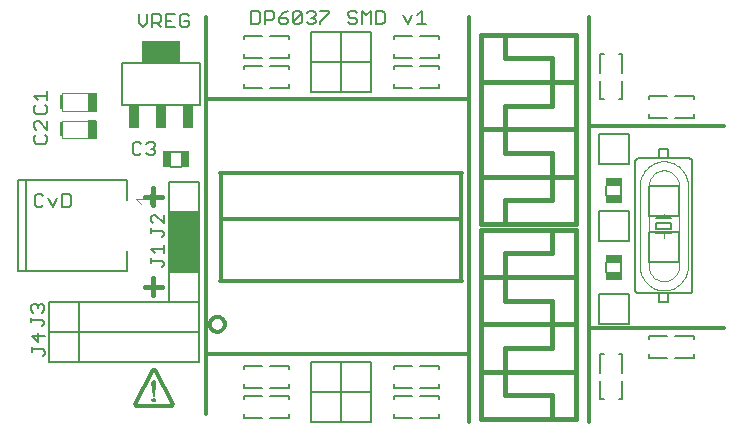
<source format=gto>
G75*
G70*
%OFA0B0*%
%FSLAX24Y24*%
%IPPOS*%
%LPD*%
%AMOC8*
5,1,8,0,0,1.08239X$1,22.5*
%
%ADD10C,0.0150*%
%ADD11R,0.1000X0.2000*%
%ADD12C,0.0060*%
%ADD13C,0.0120*%
%ADD14C,0.0050*%
%ADD15C,0.0040*%
%ADD16R,0.1260X0.0730*%
%ADD17R,0.0340X0.0730*%
%ADD18R,0.0079X0.0472*%
%ADD19R,0.0256X0.0591*%
%ADD20R,0.0256X0.0551*%
%ADD21C,0.0160*%
%ADD22C,0.0020*%
%ADD23R,0.0551X0.0256*%
D10*
X008628Y008383D02*
X008628Y008951D01*
X008911Y008667D02*
X008344Y008667D01*
X008628Y011383D02*
X008628Y011951D01*
X008911Y011667D02*
X008344Y011667D01*
D11*
X009644Y010167D03*
D12*
X009144Y010167D02*
X009144Y011167D01*
X010144Y011167D01*
X010144Y010167D01*
X009144Y010167D01*
X010144Y010167D01*
X010144Y009167D01*
X009144Y009167D01*
X009144Y010167D01*
X008989Y010076D02*
X008989Y009782D01*
X008989Y009929D02*
X008549Y009929D01*
X008696Y009782D01*
X008549Y009615D02*
X008549Y009468D01*
X008549Y009542D02*
X008916Y009542D01*
X008989Y009468D01*
X008989Y009395D01*
X008916Y009322D01*
X009144Y009167D02*
X009144Y008167D01*
X010144Y008167D01*
X010144Y007167D01*
X010144Y006167D01*
X006144Y006167D01*
X006144Y007167D01*
X010144Y007167D01*
X006144Y007167D01*
X005144Y007167D01*
X005144Y006167D01*
X006144Y006167D01*
X005144Y006167D02*
X005144Y007167D01*
X006144Y007167D01*
X006144Y008167D01*
X010144Y008167D01*
X010144Y009167D01*
X010144Y008167D02*
X010144Y007167D01*
X005144Y007167D01*
X005144Y008167D01*
X006144Y008167D01*
X005144Y008167D02*
X005144Y007167D01*
X005017Y007043D02*
X004577Y007043D01*
X004797Y006822D01*
X004797Y007116D01*
X004928Y007346D02*
X005001Y007420D01*
X005001Y007493D01*
X004928Y007566D01*
X004561Y007566D01*
X004561Y007493D02*
X004561Y007640D01*
X004634Y007807D02*
X004561Y007880D01*
X004561Y008027D01*
X004634Y008100D01*
X004708Y008100D01*
X004781Y008027D01*
X004854Y008100D01*
X004928Y008100D01*
X005001Y008027D01*
X005001Y007880D01*
X004928Y007807D01*
X004781Y007953D02*
X004781Y008027D01*
X005144Y008167D02*
X010144Y008167D01*
X010144Y007167D02*
X010144Y006167D01*
X005144Y006167D01*
X004944Y006362D02*
X005017Y006435D01*
X005017Y006509D01*
X004944Y006582D01*
X004577Y006582D01*
X004577Y006509D02*
X004577Y006656D01*
X008549Y010468D02*
X008549Y010615D01*
X008549Y010542D02*
X008916Y010542D01*
X008989Y010468D01*
X008989Y010395D01*
X008916Y010322D01*
X008989Y010782D02*
X008696Y011076D01*
X008622Y011076D01*
X008549Y011002D01*
X008549Y010855D01*
X008622Y010782D01*
X008989Y010782D02*
X008989Y011076D01*
X009144Y011167D02*
X009144Y012167D01*
X010144Y012167D01*
X010144Y011167D01*
X008621Y013053D02*
X008474Y013053D01*
X008400Y013126D01*
X008234Y013126D02*
X008160Y013053D01*
X008013Y013053D01*
X007940Y013126D01*
X007940Y013420D01*
X008013Y013493D01*
X008160Y013493D01*
X008234Y013420D01*
X008400Y013420D02*
X008474Y013493D01*
X008621Y013493D01*
X008694Y013420D01*
X008694Y013347D01*
X008621Y013273D01*
X008694Y013200D01*
X008694Y013126D01*
X008621Y013053D01*
X008621Y013273D02*
X008547Y013273D01*
X007604Y014717D02*
X007604Y016117D01*
X010184Y016117D01*
X010184Y014717D01*
X007604Y014717D01*
X005085Y014650D02*
X005085Y014503D01*
X005011Y014429D01*
X004718Y014429D01*
X004644Y014503D01*
X004644Y014650D01*
X004718Y014723D01*
X004791Y014890D02*
X004644Y015037D01*
X005085Y015037D01*
X005085Y015183D02*
X005085Y014890D01*
X005011Y014723D02*
X005085Y014650D01*
X005101Y014199D02*
X005101Y013906D01*
X004807Y014199D01*
X004734Y014199D01*
X004660Y014126D01*
X004660Y013979D01*
X004734Y013906D01*
X004734Y013739D02*
X004660Y013665D01*
X004660Y013519D01*
X004734Y013445D01*
X005027Y013445D01*
X005101Y013519D01*
X005101Y013665D01*
X005027Y013739D01*
X004894Y011762D02*
X004748Y011762D01*
X004674Y011689D01*
X004674Y011395D01*
X004748Y011322D01*
X004894Y011322D01*
X004968Y011395D01*
X005135Y011615D02*
X005281Y011322D01*
X005428Y011615D01*
X005595Y011762D02*
X005595Y011322D01*
X005815Y011322D01*
X005889Y011395D01*
X005889Y011689D01*
X005815Y011762D01*
X005595Y011762D01*
X004968Y011689D02*
X004894Y011762D01*
X008287Y017322D02*
X008433Y017468D01*
X008433Y017762D01*
X008600Y017762D02*
X008820Y017762D01*
X008894Y017689D01*
X008894Y017542D01*
X008820Y017468D01*
X008600Y017468D01*
X008600Y017322D02*
X008600Y017762D01*
X008747Y017468D02*
X008894Y017322D01*
X009061Y017322D02*
X009354Y017322D01*
X009521Y017395D02*
X009594Y017322D01*
X009741Y017322D01*
X009815Y017395D01*
X009815Y017542D01*
X009668Y017542D01*
X009815Y017689D02*
X009741Y017762D01*
X009594Y017762D01*
X009521Y017689D01*
X009521Y017395D01*
X009207Y017542D02*
X009061Y017542D01*
X009061Y017762D02*
X009061Y017322D01*
X009061Y017762D02*
X009354Y017762D01*
X008287Y017322D02*
X008140Y017468D01*
X008140Y017762D01*
X011905Y017863D02*
X011905Y017423D01*
X012125Y017423D01*
X012198Y017496D01*
X012198Y017790D01*
X012125Y017863D01*
X011905Y017863D01*
X012365Y017863D02*
X012365Y017423D01*
X012365Y017570D02*
X012585Y017570D01*
X012659Y017643D01*
X012659Y017790D01*
X012585Y017863D01*
X012365Y017863D01*
X012825Y017643D02*
X013046Y017643D01*
X013119Y017570D01*
X013119Y017496D01*
X013046Y017423D01*
X012899Y017423D01*
X012825Y017496D01*
X012825Y017643D01*
X012972Y017790D01*
X013119Y017863D01*
X013286Y017790D02*
X013359Y017863D01*
X013506Y017863D01*
X013579Y017790D01*
X013286Y017496D01*
X013359Y017423D01*
X013506Y017423D01*
X013579Y017496D01*
X013579Y017790D01*
X013746Y017790D02*
X013819Y017863D01*
X013966Y017863D01*
X014040Y017790D01*
X014040Y017717D01*
X013966Y017643D01*
X014040Y017570D01*
X014040Y017496D01*
X013966Y017423D01*
X013819Y017423D01*
X013746Y017496D01*
X013893Y017643D02*
X013966Y017643D01*
X014206Y017496D02*
X014206Y017423D01*
X014206Y017496D02*
X014500Y017790D01*
X014500Y017863D01*
X014206Y017863D01*
X013286Y017790D02*
X013286Y017496D01*
X013894Y017167D02*
X013894Y016167D01*
X013894Y015167D01*
X014894Y015167D01*
X014894Y016167D01*
X013894Y016167D01*
X014894Y016167D01*
X014894Y017167D01*
X013894Y017167D01*
X014894Y017167D02*
X014894Y016167D01*
X015894Y016167D01*
X015894Y017167D01*
X014894Y017167D01*
X015201Y017423D02*
X015127Y017496D01*
X015201Y017423D02*
X015347Y017423D01*
X015421Y017496D01*
X015421Y017570D01*
X015347Y017643D01*
X015201Y017643D01*
X015127Y017717D01*
X015127Y017790D01*
X015201Y017863D01*
X015347Y017863D01*
X015421Y017790D01*
X015587Y017863D02*
X015734Y017717D01*
X015881Y017863D01*
X015881Y017423D01*
X016048Y017423D02*
X016268Y017423D01*
X016341Y017496D01*
X016341Y017790D01*
X016268Y017863D01*
X016048Y017863D01*
X016048Y017423D01*
X015587Y017423D02*
X015587Y017863D01*
X016969Y017717D02*
X017115Y017423D01*
X017262Y017717D01*
X017429Y017717D02*
X017576Y017863D01*
X017576Y017423D01*
X017722Y017423D02*
X017429Y017423D01*
X015894Y016167D02*
X015894Y015167D01*
X014894Y015167D01*
X014894Y016167D01*
X015894Y016167D01*
X023481Y013759D02*
X023481Y012759D01*
X024481Y012759D01*
X024481Y013759D01*
X023481Y013759D01*
X024804Y012950D02*
X025204Y012950D01*
X026104Y012950D01*
X026504Y012950D01*
X026521Y012948D01*
X026538Y012944D01*
X026554Y012937D01*
X026568Y012927D01*
X026581Y012914D01*
X026591Y012900D01*
X026598Y012884D01*
X026602Y012867D01*
X026604Y012850D01*
X026604Y008550D01*
X026602Y008533D01*
X026598Y008516D01*
X026591Y008500D01*
X026581Y008486D01*
X026568Y008473D01*
X026554Y008463D01*
X026538Y008456D01*
X026521Y008452D01*
X026504Y008450D01*
X026104Y008450D01*
X025804Y008450D01*
X025804Y008150D01*
X025504Y008150D01*
X025504Y008450D01*
X025204Y008450D01*
X024804Y008450D01*
X024787Y008452D01*
X024770Y008456D01*
X024754Y008463D01*
X024740Y008473D01*
X024727Y008486D01*
X024717Y008500D01*
X024710Y008516D01*
X024706Y008533D01*
X024704Y008550D01*
X024704Y012850D01*
X024706Y012867D01*
X024710Y012884D01*
X024717Y012900D01*
X024727Y012914D01*
X024740Y012927D01*
X024754Y012937D01*
X024770Y012944D01*
X024787Y012948D01*
X024804Y012950D01*
X025504Y012950D02*
X025504Y013250D01*
X025804Y013250D01*
X025804Y012950D01*
X026154Y012026D02*
X025154Y012026D01*
X025154Y011026D01*
X026154Y011026D01*
X026154Y012026D01*
X025904Y010950D02*
X025654Y010950D01*
X025404Y010950D01*
X025404Y010800D02*
X025404Y010600D01*
X025904Y010600D01*
X025904Y010800D01*
X025404Y010800D01*
X025404Y010450D02*
X025654Y010450D01*
X025904Y010450D01*
X026154Y010481D02*
X026154Y009481D01*
X025154Y009481D01*
X025154Y010481D01*
X026154Y010481D01*
X024481Y010200D02*
X023481Y010200D01*
X023481Y011200D01*
X024481Y011200D01*
X024481Y010200D01*
X024481Y008444D02*
X023481Y008444D01*
X023481Y007444D01*
X024481Y007444D01*
X024481Y008444D01*
X025504Y008450D02*
X025804Y008450D01*
X015894Y006167D02*
X015894Y005167D01*
X014894Y005167D01*
X014894Y006167D01*
X015894Y006167D01*
X014894Y006167D02*
X014894Y005167D01*
X014894Y004167D01*
X015894Y004167D01*
X015894Y005167D01*
X014894Y005167D01*
X013894Y005167D01*
X013894Y006167D01*
X014894Y006167D01*
X014894Y005167D02*
X013894Y005167D01*
X013894Y004167D01*
X014894Y004167D01*
X014894Y005167D01*
D13*
X008626Y005881D02*
X008010Y004749D01*
X008060Y004700D01*
X009241Y004700D01*
X009290Y004749D01*
X008675Y005881D01*
X008626Y005881D01*
X010394Y006417D02*
X010394Y017667D01*
X010394Y014917D02*
X019144Y014917D01*
X019144Y006417D01*
X010394Y006417D01*
X010394Y004417D01*
X010519Y007417D02*
X010521Y007448D01*
X010527Y007479D01*
X010537Y007509D01*
X010550Y007537D01*
X010567Y007564D01*
X010587Y007588D01*
X010610Y007610D01*
X010635Y007628D01*
X010663Y007643D01*
X010692Y007655D01*
X010722Y007663D01*
X010753Y007667D01*
X010785Y007667D01*
X010816Y007663D01*
X010846Y007655D01*
X010875Y007643D01*
X010903Y007628D01*
X010928Y007610D01*
X010951Y007588D01*
X010971Y007564D01*
X010988Y007537D01*
X011001Y007509D01*
X011011Y007479D01*
X011017Y007448D01*
X011019Y007417D01*
X011017Y007386D01*
X011011Y007355D01*
X011001Y007325D01*
X010988Y007297D01*
X010971Y007270D01*
X010951Y007246D01*
X010928Y007224D01*
X010903Y007206D01*
X010875Y007191D01*
X010846Y007179D01*
X010816Y007171D01*
X010785Y007167D01*
X010753Y007167D01*
X010722Y007171D01*
X010692Y007179D01*
X010663Y007191D01*
X010635Y007206D01*
X010610Y007224D01*
X010587Y007246D01*
X010567Y007270D01*
X010550Y007297D01*
X010537Y007325D01*
X010527Y007355D01*
X010521Y007386D01*
X010519Y007417D01*
X010871Y008856D02*
X011918Y008856D01*
X011871Y008856D02*
X012918Y008856D01*
X012871Y008856D02*
X013918Y008856D01*
X013871Y008856D02*
X014918Y008856D01*
X014871Y008856D02*
X015918Y008856D01*
X015871Y008856D02*
X016918Y008856D01*
X016871Y008856D02*
X017918Y008856D01*
X017871Y008856D02*
X018918Y008856D01*
X018894Y008917D02*
X018894Y012417D01*
X018918Y012478D02*
X017871Y012478D01*
X017918Y012478D02*
X016871Y012478D01*
X016918Y012478D02*
X015871Y012478D01*
X015918Y012478D02*
X014871Y012478D01*
X014918Y012478D02*
X013871Y012478D01*
X013918Y012478D02*
X012871Y012478D01*
X012918Y012478D02*
X011871Y012478D01*
X011918Y012478D02*
X010871Y012478D01*
X010894Y012417D02*
X010894Y008917D01*
X010894Y010917D02*
X011894Y010917D01*
X012894Y010917D01*
X013894Y010917D01*
X014894Y010917D01*
X015894Y010917D01*
X016894Y010917D01*
X017894Y010917D01*
X018894Y010917D01*
X023144Y014042D02*
X023144Y004167D01*
X019144Y004167D02*
X019144Y006417D01*
X023144Y007292D02*
X027644Y007292D01*
X027644Y014042D02*
X023144Y014042D01*
X023144Y017667D01*
X019144Y017667D02*
X019144Y014917D01*
D14*
X018144Y015292D02*
X018144Y015417D01*
X018144Y015292D02*
X017519Y015292D01*
X017269Y015292D02*
X016644Y015292D01*
X016644Y015417D01*
X016644Y015917D02*
X016644Y016042D01*
X017269Y016042D01*
X017269Y016292D02*
X016644Y016292D01*
X016644Y016417D01*
X016644Y016917D02*
X016644Y017042D01*
X017269Y017042D01*
X017519Y017042D02*
X018144Y017042D01*
X018144Y016917D01*
X018144Y016417D02*
X018144Y016292D01*
X017519Y016292D01*
X017519Y016042D02*
X018144Y016042D01*
X018144Y015917D01*
X013144Y015917D02*
X013144Y016042D01*
X012519Y016042D01*
X012519Y016292D02*
X013144Y016292D01*
X013144Y016417D01*
X013144Y016917D02*
X013144Y017042D01*
X012519Y017042D01*
X012269Y017042D02*
X011644Y017042D01*
X011644Y016917D01*
X011644Y016417D02*
X011644Y016292D01*
X012269Y016292D01*
X012269Y016042D02*
X011644Y016042D01*
X011644Y015917D01*
X011644Y015417D02*
X011644Y015292D01*
X012269Y015292D01*
X012519Y015292D02*
X013144Y015292D01*
X013144Y015417D01*
X009556Y013167D02*
X009233Y013167D01*
X009233Y012667D02*
X009556Y012667D01*
X007760Y012216D02*
X007760Y011940D01*
X007760Y011547D01*
X007760Y012216D02*
X006835Y012216D01*
X005890Y012216D01*
X004670Y012216D01*
X004394Y012216D01*
X004138Y012216D01*
X004138Y009184D01*
X004394Y009184D01*
X004670Y009184D01*
X005890Y009184D01*
X006835Y009184D01*
X007760Y009184D01*
X007760Y009460D01*
X007760Y009854D01*
X004394Y009184D02*
X004394Y012216D01*
X011644Y006042D02*
X012269Y006042D01*
X012519Y006042D02*
X013144Y006042D01*
X013144Y005917D01*
X013144Y005417D02*
X013144Y005292D01*
X012519Y005292D01*
X012269Y005292D02*
X011644Y005292D01*
X011644Y005417D01*
X011644Y005042D02*
X012269Y005042D01*
X012519Y005042D02*
X013144Y005042D01*
X013144Y004917D01*
X013144Y004417D02*
X013144Y004292D01*
X012519Y004292D01*
X012269Y004292D02*
X011644Y004292D01*
X011644Y004417D01*
X011644Y004917D02*
X011644Y005042D01*
X011644Y005917D02*
X011644Y006042D01*
X008699Y005488D02*
X008650Y005045D01*
X008601Y005488D01*
X008699Y005488D01*
X008696Y005456D02*
X008605Y005456D01*
X008610Y005407D02*
X008691Y005407D01*
X008685Y005358D02*
X008615Y005358D01*
X008621Y005310D02*
X008680Y005310D01*
X008674Y005261D02*
X008626Y005261D01*
X008632Y005213D02*
X008669Y005213D01*
X008664Y005164D02*
X008637Y005164D01*
X008642Y005116D02*
X008658Y005116D01*
X008653Y005067D02*
X008648Y005067D01*
X008601Y004897D02*
X008603Y004910D01*
X008608Y004922D01*
X008617Y004933D01*
X008627Y004941D01*
X008640Y004945D01*
X008653Y004946D01*
X008666Y004943D01*
X008678Y004937D01*
X008688Y004928D01*
X008695Y004917D01*
X008699Y004904D01*
X008699Y004890D01*
X008695Y004877D01*
X008688Y004866D01*
X008678Y004857D01*
X008666Y004851D01*
X008653Y004848D01*
X008640Y004849D01*
X008627Y004853D01*
X008617Y004861D01*
X008608Y004872D01*
X008603Y004884D01*
X008601Y004897D01*
X008601Y005488D02*
X008603Y005501D01*
X008608Y005512D01*
X008615Y005523D01*
X008626Y005530D01*
X008637Y005535D01*
X008650Y005537D01*
X008663Y005535D01*
X008675Y005530D01*
X008685Y005523D01*
X008692Y005512D01*
X008697Y005501D01*
X008699Y005488D01*
X016644Y005417D02*
X016644Y005292D01*
X017269Y005292D01*
X017519Y005292D02*
X018144Y005292D01*
X018144Y005417D01*
X018144Y005042D02*
X017519Y005042D01*
X017269Y005042D02*
X016644Y005042D01*
X016644Y004917D01*
X016644Y004417D02*
X016644Y004292D01*
X017269Y004292D01*
X017519Y004292D02*
X018144Y004292D01*
X018144Y004417D01*
X018144Y004917D02*
X018144Y005042D01*
X018144Y005917D02*
X018144Y006042D01*
X017519Y006042D01*
X017269Y006042D02*
X016644Y006042D01*
X016644Y005917D01*
X023519Y005792D02*
X023519Y006417D01*
X023644Y006417D01*
X024144Y006417D02*
X024269Y006417D01*
X024269Y005792D01*
X024269Y005542D02*
X024269Y004917D01*
X024144Y004917D01*
X023644Y004917D02*
X023519Y004917D01*
X023519Y005542D01*
X025144Y006292D02*
X025144Y006417D01*
X025144Y006292D02*
X025769Y006292D01*
X026019Y006292D02*
X026644Y006292D01*
X026644Y006417D01*
X026644Y006917D02*
X026644Y007042D01*
X026019Y007042D01*
X025769Y007042D02*
X025144Y007042D01*
X025144Y006917D01*
X024231Y009161D02*
X024231Y009484D01*
X023731Y009484D02*
X023731Y009161D01*
X023731Y011720D02*
X023731Y012043D01*
X024231Y012043D02*
X024231Y011720D01*
X025144Y014292D02*
X025144Y014417D01*
X025144Y014292D02*
X025769Y014292D01*
X026019Y014292D02*
X026644Y014292D01*
X026644Y014417D01*
X026644Y014917D02*
X026644Y015042D01*
X026019Y015042D01*
X025769Y015042D02*
X025144Y015042D01*
X025144Y014917D01*
X024269Y014917D02*
X024269Y015542D01*
X024269Y015792D02*
X024269Y016417D01*
X024144Y016417D01*
X023644Y016417D02*
X023519Y016417D01*
X023519Y015792D01*
X023519Y015542D02*
X023519Y014917D01*
X023644Y014917D01*
X024144Y014917D02*
X024269Y014917D01*
D15*
X008516Y011748D02*
X008516Y011441D01*
X008516Y011594D02*
X008056Y011594D01*
X008209Y011441D01*
X006715Y013621D02*
X005573Y013621D01*
X005573Y014212D01*
X006715Y014212D01*
X006715Y013621D01*
X006715Y014523D02*
X005573Y014523D01*
X005573Y015114D01*
X006715Y015114D01*
X006715Y014523D01*
D16*
X008894Y016492D03*
X008894Y016492D03*
D17*
X008894Y014342D03*
X008894Y014342D03*
X009804Y014342D03*
X009804Y014342D03*
X007984Y014342D03*
X007984Y014342D03*
D18*
X006735Y013917D03*
X005554Y013917D03*
X005554Y014818D03*
X006735Y014818D03*
D19*
X006587Y014818D03*
X006587Y013917D03*
D20*
X009102Y012917D03*
X009682Y012917D03*
D21*
X019570Y012342D02*
X019570Y010767D01*
X020357Y010767D01*
X020357Y011554D01*
X021932Y011554D01*
X021932Y012342D01*
X019570Y012342D01*
X019570Y013917D01*
X020357Y013917D01*
X020357Y013129D01*
X021932Y013129D01*
X021932Y012342D01*
X022719Y012342D01*
X022719Y010767D01*
X020357Y010767D01*
X019570Y010566D02*
X021932Y010566D01*
X021932Y009779D01*
X020357Y009779D01*
X020357Y008991D01*
X022719Y008991D01*
X022719Y010566D01*
X021932Y010566D01*
X022719Y008991D02*
X022719Y007417D01*
X021932Y007417D01*
X021932Y008204D01*
X020357Y008204D01*
X020357Y008991D01*
X019570Y008991D01*
X019570Y010566D01*
X019570Y008991D02*
X019570Y007417D01*
X021932Y007417D01*
X021932Y006629D01*
X020357Y006629D01*
X020357Y005842D01*
X022719Y005842D01*
X022719Y007417D01*
X022719Y005842D02*
X022719Y004267D01*
X021932Y004267D01*
X021932Y005054D01*
X020357Y005054D01*
X020357Y005842D01*
X019570Y005842D01*
X019570Y007417D01*
X019570Y005842D02*
X019570Y004267D01*
X021932Y004267D01*
X022719Y012342D02*
X022719Y013917D01*
X020357Y013917D01*
X020357Y014704D01*
X021932Y014704D01*
X021932Y015491D01*
X019570Y015491D01*
X019570Y013917D01*
X019570Y015491D02*
X019570Y017066D01*
X020357Y017066D01*
X020357Y016279D01*
X021932Y016279D01*
X021932Y015491D01*
X022719Y015491D01*
X022719Y013917D01*
X022719Y015491D02*
X022719Y017066D01*
X020357Y017066D01*
D22*
X024854Y012050D02*
X024854Y009350D01*
X025154Y009350D02*
X025154Y012050D01*
X025204Y012711D02*
X025252Y012741D01*
X025301Y012768D01*
X025352Y012791D01*
X025405Y012810D01*
X025459Y012826D01*
X025514Y012838D01*
X025570Y012846D01*
X025626Y012850D01*
X025682Y012850D01*
X025738Y012846D01*
X025794Y012838D01*
X025849Y012826D01*
X025903Y012810D01*
X025956Y012791D01*
X026007Y012768D01*
X026056Y012741D01*
X026104Y012711D01*
X026154Y012050D02*
X026154Y009350D01*
X026454Y009350D02*
X026454Y012050D01*
X026104Y012268D02*
X026084Y012306D01*
X026060Y012342D01*
X026033Y012376D01*
X026004Y012407D01*
X025972Y012436D01*
X025938Y012462D01*
X025901Y012485D01*
X025863Y012504D01*
X025823Y012521D01*
X025782Y012533D01*
X025740Y012543D01*
X025697Y012548D01*
X025654Y012550D01*
X025611Y012548D01*
X025568Y012543D01*
X025526Y012533D01*
X025485Y012521D01*
X025445Y012504D01*
X025407Y012485D01*
X025370Y012462D01*
X025336Y012436D01*
X025304Y012407D01*
X025275Y012376D01*
X025248Y012342D01*
X025224Y012306D01*
X025204Y012268D01*
X026104Y012711D02*
X026149Y012679D01*
X026191Y012643D01*
X026231Y012604D01*
X026268Y012563D01*
X026302Y012519D01*
X026333Y012472D01*
X026361Y012424D01*
X026385Y012374D01*
X026406Y012323D01*
X026423Y012270D01*
X026437Y012216D01*
X026446Y012161D01*
X026452Y012106D01*
X026454Y012050D01*
X025204Y012268D02*
X025189Y012234D01*
X025176Y012198D01*
X025167Y012162D01*
X025160Y012125D01*
X025155Y012088D01*
X025154Y012050D01*
X026104Y012268D02*
X026119Y012234D01*
X026132Y012198D01*
X026141Y012162D01*
X026148Y012125D01*
X026153Y012088D01*
X026154Y012050D01*
X025204Y012711D02*
X025159Y012679D01*
X025117Y012643D01*
X025077Y012604D01*
X025040Y012562D01*
X025006Y012519D01*
X024975Y012472D01*
X024947Y012424D01*
X024923Y012374D01*
X024902Y012323D01*
X024885Y012270D01*
X024871Y012216D01*
X024862Y012161D01*
X024856Y012106D01*
X024854Y012050D01*
X025654Y011100D02*
X025654Y010950D01*
X025654Y010450D02*
X025654Y010300D01*
X024854Y009350D02*
X024856Y009294D01*
X024862Y009239D01*
X024871Y009184D01*
X024885Y009130D01*
X024902Y009077D01*
X024923Y009026D01*
X024947Y008976D01*
X024975Y008928D01*
X025006Y008881D01*
X025040Y008837D01*
X025077Y008796D01*
X025117Y008757D01*
X025159Y008721D01*
X025204Y008689D01*
X025252Y008659D01*
X025301Y008632D01*
X025352Y008609D01*
X025405Y008590D01*
X025459Y008574D01*
X025514Y008562D01*
X025570Y008554D01*
X025626Y008550D01*
X025682Y008550D01*
X025738Y008554D01*
X025794Y008562D01*
X025849Y008574D01*
X025903Y008590D01*
X025956Y008609D01*
X026007Y008632D01*
X026056Y008659D01*
X026104Y008689D01*
X025204Y009132D02*
X025189Y009166D01*
X025176Y009202D01*
X025167Y009238D01*
X025160Y009275D01*
X025155Y009312D01*
X025154Y009350D01*
X026104Y009132D02*
X026119Y009166D01*
X026132Y009202D01*
X026141Y009238D01*
X026148Y009275D01*
X026153Y009312D01*
X026154Y009350D01*
X026104Y009132D02*
X026084Y009094D01*
X026060Y009058D01*
X026033Y009024D01*
X026004Y008993D01*
X025972Y008964D01*
X025938Y008938D01*
X025901Y008915D01*
X025863Y008896D01*
X025823Y008879D01*
X025782Y008867D01*
X025740Y008857D01*
X025697Y008852D01*
X025654Y008850D01*
X025611Y008852D01*
X025568Y008857D01*
X025526Y008867D01*
X025485Y008879D01*
X025445Y008896D01*
X025407Y008915D01*
X025370Y008938D01*
X025336Y008964D01*
X025304Y008993D01*
X025275Y009024D01*
X025248Y009058D01*
X025224Y009094D01*
X025204Y009132D01*
X026104Y008689D02*
X026149Y008721D01*
X026191Y008757D01*
X026231Y008796D01*
X026268Y008838D01*
X026302Y008881D01*
X026333Y008928D01*
X026361Y008976D01*
X026385Y009026D01*
X026406Y009077D01*
X026423Y009130D01*
X026437Y009184D01*
X026446Y009239D01*
X026452Y009294D01*
X026454Y009350D01*
D23*
X023980Y009610D03*
X023980Y009030D03*
X023982Y011593D03*
X023982Y012173D03*
M02*

</source>
